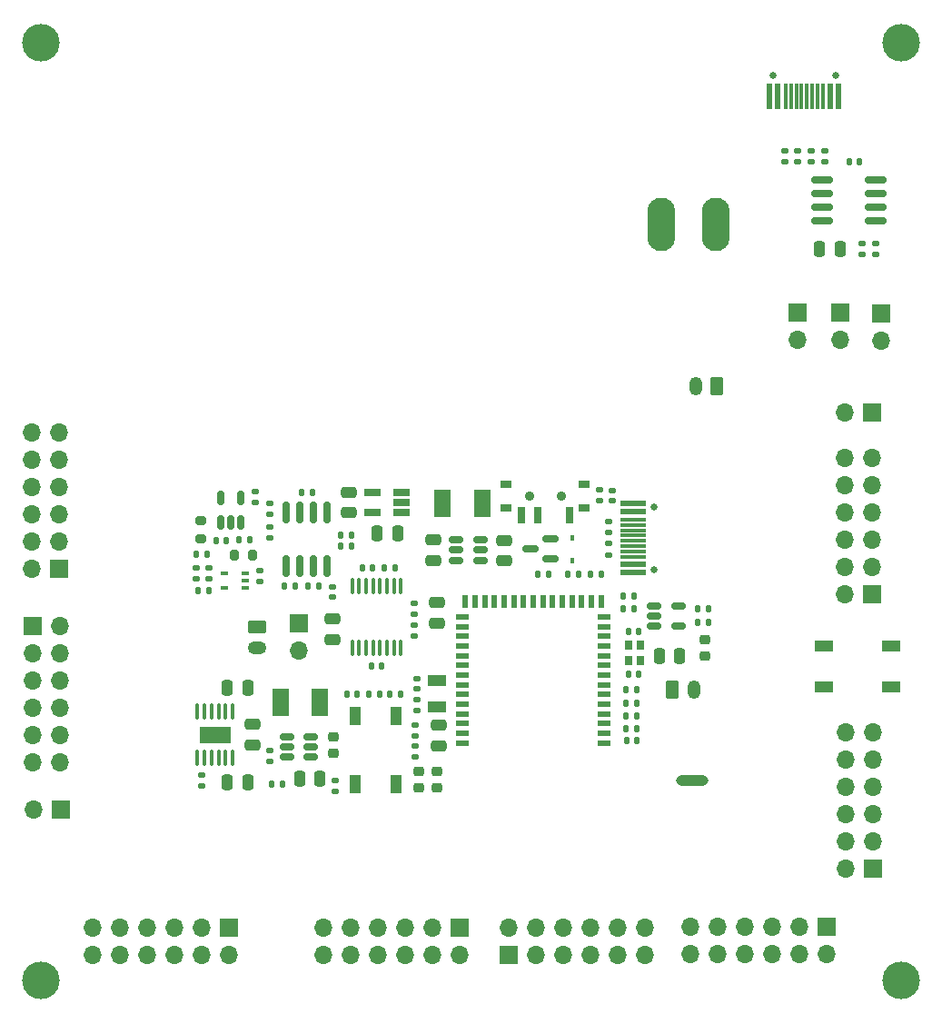
<source format=gts>
%TF.GenerationSoftware,KiCad,Pcbnew,(6.0.2)*%
%TF.CreationDate,2022-03-08T19:39:46+11:00*%
%TF.ProjectId,VIPBoard,56495042-6f61-4726-942e-6b696361645f,rev?*%
%TF.SameCoordinates,Original*%
%TF.FileFunction,Soldermask,Top*%
%TF.FilePolarity,Negative*%
%FSLAX46Y46*%
G04 Gerber Fmt 4.6, Leading zero omitted, Abs format (unit mm)*
G04 Created by KiCad (PCBNEW (6.0.2)) date 2022-03-08 19:39:46*
%MOMM*%
%LPD*%
G01*
G04 APERTURE LIST*
G04 Aperture macros list*
%AMRoundRect*
0 Rectangle with rounded corners*
0 $1 Rounding radius*
0 $2 $3 $4 $5 $6 $7 $8 $9 X,Y pos of 4 corners*
0 Add a 4 corners polygon primitive as box body*
4,1,4,$2,$3,$4,$5,$6,$7,$8,$9,$2,$3,0*
0 Add four circle primitives for the rounded corners*
1,1,$1+$1,$2,$3*
1,1,$1+$1,$4,$5*
1,1,$1+$1,$6,$7*
1,1,$1+$1,$8,$9*
0 Add four rect primitives between the rounded corners*
20,1,$1+$1,$2,$3,$4,$5,0*
20,1,$1+$1,$4,$5,$6,$7,0*
20,1,$1+$1,$6,$7,$8,$9,0*
20,1,$1+$1,$8,$9,$2,$3,0*%
G04 Aperture macros list end*
%ADD10RoundRect,0.140000X-0.170000X0.140000X-0.170000X-0.140000X0.170000X-0.140000X0.170000X0.140000X0*%
%ADD11RoundRect,0.250000X-0.475000X0.250000X-0.475000X-0.250000X0.475000X-0.250000X0.475000X0.250000X0*%
%ADD12RoundRect,0.135000X0.185000X-0.135000X0.185000X0.135000X-0.185000X0.135000X-0.185000X-0.135000X0*%
%ADD13RoundRect,0.140000X0.140000X0.170000X-0.140000X0.170000X-0.140000X-0.170000X0.140000X-0.170000X0*%
%ADD14RoundRect,0.135000X-0.185000X0.135000X-0.185000X-0.135000X0.185000X-0.135000X0.185000X0.135000X0*%
%ADD15RoundRect,0.150000X-0.512500X-0.150000X0.512500X-0.150000X0.512500X0.150000X-0.512500X0.150000X0*%
%ADD16R,1.000000X0.800000*%
%ADD17C,0.900000*%
%ADD18R,0.700000X1.500000*%
%ADD19R,0.650000X0.400000*%
%ADD20RoundRect,0.250000X0.475000X-0.250000X0.475000X0.250000X-0.475000X0.250000X-0.475000X-0.250000X0*%
%ADD21R,1.700000X1.700000*%
%ADD22O,1.700000X1.700000*%
%ADD23RoundRect,0.135000X0.135000X0.185000X-0.135000X0.185000X-0.135000X-0.185000X0.135000X-0.185000X0*%
%ADD24RoundRect,0.200000X-0.200000X-0.275000X0.200000X-0.275000X0.200000X0.275000X-0.200000X0.275000X0*%
%ADD25RoundRect,0.140000X-0.140000X-0.170000X0.140000X-0.170000X0.140000X0.170000X-0.140000X0.170000X0*%
%ADD26RoundRect,0.135000X-0.135000X-0.185000X0.135000X-0.185000X0.135000X0.185000X-0.135000X0.185000X0*%
%ADD27RoundRect,0.250000X0.250000X0.475000X-0.250000X0.475000X-0.250000X-0.475000X0.250000X-0.475000X0*%
%ADD28RoundRect,0.250000X-0.250000X-0.475000X0.250000X-0.475000X0.250000X0.475000X-0.250000X0.475000X0*%
%ADD29RoundRect,0.150000X0.825000X0.150000X-0.825000X0.150000X-0.825000X-0.150000X0.825000X-0.150000X0*%
%ADD30RoundRect,0.250000X-0.625000X0.350000X-0.625000X-0.350000X0.625000X-0.350000X0.625000X0.350000X0*%
%ADD31O,1.750000X1.200000*%
%ADD32O,2.600000X5.000000*%
%ADD33RoundRect,0.218750X-0.256250X0.218750X-0.256250X-0.218750X0.256250X-0.218750X0.256250X0.218750X0*%
%ADD34RoundRect,0.250000X0.350000X0.625000X-0.350000X0.625000X-0.350000X-0.625000X0.350000X-0.625000X0*%
%ADD35O,1.200000X1.750000*%
%ADD36C,3.500000*%
%ADD37C,2.600000*%
%ADD38R,0.450000X0.600000*%
%ADD39R,1.500000X2.500000*%
%ADD40RoundRect,0.150000X0.150000X-0.825000X0.150000X0.825000X-0.150000X0.825000X-0.150000X-0.825000X0*%
%ADD41RoundRect,0.140000X0.170000X-0.140000X0.170000X0.140000X-0.170000X0.140000X-0.170000X-0.140000X0*%
%ADD42RoundRect,0.100000X0.100000X-0.637500X0.100000X0.637500X-0.100000X0.637500X-0.100000X-0.637500X0*%
%ADD43R,1.560000X0.650000*%
%ADD44R,1.700000X1.000000*%
%ADD45R,1.270000X0.610000*%
%ADD46R,0.610000X1.270000*%
%ADD47RoundRect,0.250000X-0.350000X-0.625000X0.350000X-0.625000X0.350000X0.625000X-0.350000X0.625000X0*%
%ADD48RoundRect,0.150000X0.587500X0.150000X-0.587500X0.150000X-0.587500X-0.150000X0.587500X-0.150000X0*%
%ADD49RoundRect,0.150000X0.150000X-0.512500X0.150000X0.512500X-0.150000X0.512500X-0.150000X-0.512500X0*%
%ADD50RoundRect,0.100000X0.100000X-0.625000X0.100000X0.625000X-0.100000X0.625000X-0.100000X-0.625000X0*%
%ADD51R,2.850000X1.650000*%
%ADD52C,0.650000*%
%ADD53R,2.450000X0.600000*%
%ADD54R,2.450000X0.300000*%
%ADD55R,1.000000X1.700000*%
%ADD56RoundRect,0.200000X0.275000X-0.200000X0.275000X0.200000X-0.275000X0.200000X-0.275000X-0.200000X0*%
%ADD57R,0.800000X0.900000*%
%ADD58R,0.600000X2.450000*%
%ADD59R,0.300000X2.450000*%
%ADD60RoundRect,0.225000X-0.250000X0.225000X-0.250000X-0.225000X0.250000X-0.225000X0.250000X0.225000X0*%
%ADD61O,3.000000X1.000000*%
%ADD62R,1.800000X1.000000*%
G04 APERTURE END LIST*
D10*
%TO.C,C24*%
X136024000Y-131850000D03*
X136024000Y-132810000D03*
%TD*%
D11*
%TO.C,C14*%
X128143000Y-126304000D03*
X128143000Y-128204000D03*
%TD*%
D12*
%TO.C,R40*%
X177507675Y-92345875D03*
X177507675Y-91325875D03*
%TD*%
D13*
%TO.C,C13*%
X131848800Y-121513600D03*
X130888800Y-121513600D03*
%TD*%
D11*
%TO.C,C4*%
X144074000Y-118980000D03*
X144074000Y-120880000D03*
%TD*%
D14*
%TO.C,R3*%
X153036000Y-114294000D03*
X153036000Y-115314000D03*
%TD*%
D15*
%TO.C,U2*%
X126113500Y-137280000D03*
X126113500Y-138230000D03*
X126113500Y-139180000D03*
X123838500Y-139180000D03*
X123838500Y-138230000D03*
X123838500Y-137280000D03*
%TD*%
D16*
%TO.C,SW1*%
X144305000Y-113761000D03*
X151605000Y-113761000D03*
D17*
X149455000Y-114861000D03*
X146455000Y-114861000D03*
D16*
X151605000Y-115971000D03*
X144305000Y-115971000D03*
D18*
X150205000Y-116621000D03*
X147205000Y-116621000D03*
X145705000Y-116621000D03*
%TD*%
D14*
%TO.C,R10*%
X122276000Y-138523000D03*
X122276000Y-139543000D03*
%TD*%
D19*
%TO.C,U8*%
X119957000Y-123380000D03*
X119957000Y-122730000D03*
X119957000Y-122080000D03*
X118057000Y-122080000D03*
X118057000Y-123380000D03*
%TD*%
D20*
%TO.C,C27*%
X138023600Y-138110000D03*
X138023600Y-136210000D03*
%TD*%
D21*
%TO.C,J16*%
X178475000Y-149550000D03*
D22*
X175935000Y-149550000D03*
X178475000Y-147010000D03*
X175935000Y-147010000D03*
X178475000Y-144470000D03*
X175935000Y-144470000D03*
X178475000Y-141930000D03*
X175935000Y-141930000D03*
X178475000Y-139390000D03*
X175935000Y-139390000D03*
X178475000Y-136850000D03*
X175935000Y-136850000D03*
%TD*%
D23*
%TO.C,R5*%
X156234000Y-125330000D03*
X155214000Y-125330000D03*
%TD*%
D12*
%TO.C,R11*%
X115925600Y-141835600D03*
X115925600Y-140815600D03*
%TD*%
D23*
%TO.C,R32*%
X132478000Y-133350000D03*
X131458000Y-133350000D03*
%TD*%
D24*
%TO.C,R29*%
X118969400Y-120364000D03*
X120619400Y-120364000D03*
%TD*%
D25*
%TO.C,C17*%
X132971600Y-121513600D03*
X133931600Y-121513600D03*
%TD*%
D26*
%TO.C,R31*%
X155490000Y-136500000D03*
X156510000Y-136500000D03*
%TD*%
D13*
%TO.C,C26*%
X156480000Y-137650000D03*
X155520000Y-137650000D03*
%TD*%
D27*
%TO.C,C8*%
X126942000Y-141192000D03*
X125042000Y-141192000D03*
%TD*%
D28*
%TO.C,C31*%
X173509675Y-91835875D03*
X175409675Y-91835875D03*
%TD*%
D14*
%TO.C,R2*%
X153830400Y-117212400D03*
X153830400Y-118232400D03*
%TD*%
D29*
%TO.C,U11*%
X178712675Y-89168875D03*
X178712675Y-87898875D03*
X178712675Y-86628875D03*
X178712675Y-85358875D03*
X173762675Y-85358875D03*
X173762675Y-86628875D03*
X173762675Y-87898875D03*
X173762675Y-89168875D03*
%TD*%
D26*
%TO.C,R21*%
X128903000Y-118491000D03*
X129923000Y-118491000D03*
%TD*%
D21*
%TO.C,J4*%
X178424000Y-124031600D03*
D22*
X175884000Y-124031600D03*
X178424000Y-121491600D03*
X175884000Y-121491600D03*
X178424000Y-118951600D03*
X175884000Y-118951600D03*
X178424000Y-116411600D03*
X175884000Y-116411600D03*
X178424000Y-113871600D03*
X175884000Y-113871600D03*
X178424000Y-111331600D03*
X175884000Y-111331600D03*
%TD*%
D21*
%TO.C,J11*%
X171450000Y-97775000D03*
D22*
X171450000Y-100315000D03*
%TD*%
D30*
%TO.C,J1*%
X121109000Y-127018000D03*
D31*
X121109000Y-129018000D03*
%TD*%
D21*
%TO.C,J7*%
X100203000Y-127000000D03*
D22*
X102743000Y-127000000D03*
X100203000Y-129540000D03*
X102743000Y-129540000D03*
X100203000Y-132080000D03*
X102743000Y-132080000D03*
X100203000Y-134620000D03*
X102743000Y-134620000D03*
X100203000Y-137160000D03*
X102743000Y-137160000D03*
X100203000Y-139700000D03*
X102743000Y-139700000D03*
%TD*%
D28*
%TO.C,C2*%
X118311000Y-132683000D03*
X120211000Y-132683000D03*
%TD*%
D21*
%TO.C,J8*%
X175437800Y-97790000D03*
D22*
X175437800Y-100330000D03*
%TD*%
D23*
%TO.C,R12*%
X148295200Y-122142000D03*
X147275200Y-122142000D03*
%TD*%
D32*
%TO.C,REF\u002A\u002A*%
X158750000Y-89535000D03*
X163830000Y-89535000D03*
%TD*%
D33*
%TO.C,D3*%
X136174000Y-140492500D03*
X136174000Y-142067500D03*
%TD*%
D34*
%TO.C,J6*%
X163957000Y-104648000D03*
D35*
X161957000Y-104648000D03*
%TD*%
D14*
%TO.C,R34*%
X135839200Y-138174000D03*
X135839200Y-139194000D03*
%TD*%
D23*
%TO.C,R8*%
X163134000Y-125330000D03*
X162114000Y-125330000D03*
%TD*%
D36*
%TO.C,REF\u002A\u002A*%
X181102000Y-72598200D03*
D37*
X181102000Y-72598200D03*
%TD*%
D38*
%TO.C,D2*%
X150474000Y-118730000D03*
X150474000Y-120830000D03*
%TD*%
D39*
%TO.C,L2*%
X126945000Y-134030000D03*
X123245000Y-134030000D03*
%TD*%
D40*
%TO.C,U7*%
X123833000Y-121339000D03*
X125103000Y-121339000D03*
X126373000Y-121339000D03*
X127643000Y-121339000D03*
X127643000Y-116389000D03*
X126373000Y-116389000D03*
X125103000Y-116389000D03*
X123833000Y-116389000D03*
%TD*%
D41*
%TO.C,C22*%
X121369200Y-122774400D03*
X121369200Y-121814400D03*
%TD*%
D11*
%TO.C,C5*%
X120644000Y-136143000D03*
X120644000Y-138043000D03*
%TD*%
D42*
%TO.C,U6*%
X129949000Y-128992500D03*
X130599000Y-128992500D03*
X131249000Y-128992500D03*
X131899000Y-128992500D03*
X132549000Y-128992500D03*
X133199000Y-128992500D03*
X133849000Y-128992500D03*
X134499000Y-128992500D03*
X134499000Y-123267500D03*
X133849000Y-123267500D03*
X133199000Y-123267500D03*
X132549000Y-123267500D03*
X131899000Y-123267500D03*
X131249000Y-123267500D03*
X130599000Y-123267500D03*
X129949000Y-123267500D03*
%TD*%
D26*
%TO.C,R30*%
X155490000Y-135300000D03*
X156510000Y-135300000D03*
%TD*%
D21*
%TO.C,J15*%
X102775000Y-144100000D03*
D22*
X100235000Y-144100000D03*
%TD*%
D43*
%TO.C,U5*%
X134573000Y-116393000D03*
X134573000Y-115443000D03*
X134573000Y-114493000D03*
X131873000Y-114493000D03*
X131873000Y-116393000D03*
%TD*%
D13*
%TO.C,C32*%
X177225675Y-83707875D03*
X176265675Y-83707875D03*
%TD*%
D26*
%TO.C,R33*%
X133449600Y-133350000D03*
X134469600Y-133350000D03*
%TD*%
D25*
%TO.C,C12*%
X125250000Y-114522000D03*
X126210000Y-114522000D03*
%TD*%
D44*
%TO.C,SW3*%
X180197400Y-128811800D03*
X173897400Y-128811800D03*
X180197400Y-132611800D03*
X173897400Y-132611800D03*
%TD*%
D45*
%TO.C,U10*%
X140204000Y-137850000D03*
X140204000Y-136950000D03*
X140204000Y-136050000D03*
X140204000Y-135150000D03*
X140204000Y-134240000D03*
X140204000Y-133340000D03*
X140204000Y-132440000D03*
X140204000Y-131540000D03*
X140204000Y-130640000D03*
X140204000Y-129740000D03*
X140204000Y-128830000D03*
X140204000Y-127930000D03*
X140204000Y-127030000D03*
X140204000Y-126130000D03*
D46*
X140514000Y-124660000D03*
X141414000Y-124660000D03*
X142314000Y-124660000D03*
X143214000Y-124660000D03*
X144114000Y-124660000D03*
X145024000Y-124660000D03*
X145924000Y-124660000D03*
X146824000Y-124660000D03*
X147724000Y-124660000D03*
X148624000Y-124660000D03*
X149524000Y-124660000D03*
X150434000Y-124660000D03*
X151334000Y-124660000D03*
X152234000Y-124660000D03*
X153134000Y-124660000D03*
D45*
X153444000Y-126130000D03*
X153444000Y-127030000D03*
X153444000Y-127930000D03*
X153444000Y-128830000D03*
X153444000Y-129740000D03*
X153444000Y-130640000D03*
X153444000Y-131540000D03*
X153444000Y-132440000D03*
X153444000Y-133340000D03*
X153444000Y-134240000D03*
X153444000Y-135150000D03*
X153444000Y-136050000D03*
X153444000Y-136950000D03*
X153444000Y-137850000D03*
%TD*%
D10*
%TO.C,C15*%
X128138000Y-123284000D03*
X128138000Y-124244000D03*
%TD*%
D21*
%TO.C,J14*%
X144526000Y-157607000D03*
D22*
X144526000Y-155067000D03*
X147066000Y-157607000D03*
X147066000Y-155067000D03*
X149606000Y-157607000D03*
X149606000Y-155067000D03*
X152146000Y-157607000D03*
X152146000Y-155067000D03*
X154686000Y-157607000D03*
X154686000Y-155067000D03*
X157226000Y-157607000D03*
X157226000Y-155067000D03*
%TD*%
D21*
%TO.C,J10*%
X174200000Y-155000000D03*
D22*
X174200000Y-157540000D03*
X171660000Y-155000000D03*
X171660000Y-157540000D03*
X169120000Y-155000000D03*
X169120000Y-157540000D03*
X166580000Y-155000000D03*
X166580000Y-157540000D03*
X164040000Y-155000000D03*
X164040000Y-157540000D03*
X161500000Y-155000000D03*
X161500000Y-157540000D03*
%TD*%
D12*
%TO.C,R38*%
X172720000Y-83695000D03*
X172720000Y-82675000D03*
%TD*%
D14*
%TO.C,R7*%
X128405000Y-141349000D03*
X128405000Y-142369000D03*
%TD*%
D26*
%TO.C,R18*%
X125828000Y-123264000D03*
X126848000Y-123264000D03*
%TD*%
D35*
%TO.C,J3*%
X161774000Y-132880000D03*
D47*
X159774000Y-132880000D03*
%TD*%
D28*
%TO.C,C9*%
X118311000Y-141483000D03*
X120211000Y-141483000D03*
%TD*%
D48*
%TO.C,Q1*%
X148411500Y-120730000D03*
X148411500Y-118830000D03*
X146536500Y-119780000D03*
%TD*%
D20*
%TO.C,C6*%
X137474000Y-120830000D03*
X137474000Y-118930000D03*
%TD*%
D21*
%TO.C,J2*%
X125009000Y-126743000D03*
D22*
X125009000Y-129283000D03*
%TD*%
D26*
%TO.C,R9*%
X122434000Y-141700000D03*
X123454000Y-141700000D03*
%TD*%
D12*
%TO.C,R27*%
X115451000Y-122525000D03*
X115451000Y-121505000D03*
%TD*%
D21*
%TO.C,J13*%
X139954000Y-155062000D03*
D22*
X139954000Y-157602000D03*
X137414000Y-155062000D03*
X137414000Y-157602000D03*
X134874000Y-155062000D03*
X134874000Y-157602000D03*
X132334000Y-155062000D03*
X132334000Y-157602000D03*
X129794000Y-155062000D03*
X129794000Y-157602000D03*
X127254000Y-155062000D03*
X127254000Y-157602000D03*
%TD*%
D11*
%TO.C,C10*%
X129667000Y-114493000D03*
X129667000Y-116393000D03*
%TD*%
D12*
%TO.C,R23*%
X122301000Y-118747000D03*
X122301000Y-117727000D03*
%TD*%
D36*
%TO.C,REF\u002A\u002A*%
X181102000Y-160020000D03*
D37*
X181102000Y-160020000D03*
%TD*%
D25*
%TO.C,C16*%
X131727000Y-130683000D03*
X132687000Y-130683000D03*
%TD*%
D41*
%TO.C,C23*%
X136024000Y-134810000D03*
X136024000Y-133850000D03*
%TD*%
D49*
%TO.C,U9*%
X117674000Y-117267500D03*
X118624000Y-117267500D03*
X119574000Y-117267500D03*
X119574000Y-114992500D03*
X117674000Y-114992500D03*
%TD*%
D21*
%TO.C,J9*%
X179273200Y-97810400D03*
D22*
X179273200Y-100350400D03*
%TD*%
D12*
%TO.C,R24*%
X135763000Y-127891000D03*
X135763000Y-126871000D03*
%TD*%
D14*
%TO.C,R25*%
X116594000Y-121505000D03*
X116594000Y-122525000D03*
%TD*%
D33*
%TO.C,D4*%
X137824000Y-140492500D03*
X137824000Y-142067500D03*
%TD*%
D26*
%TO.C,R26*%
X115449000Y-120237000D03*
X116469000Y-120237000D03*
%TD*%
D13*
%TO.C,C21*%
X116566000Y-123666000D03*
X115606000Y-123666000D03*
%TD*%
%TO.C,C30*%
X156650000Y-131470000D03*
X155690000Y-131470000D03*
%TD*%
D26*
%TO.C,R16*%
X152152000Y-122142000D03*
X153172000Y-122142000D03*
%TD*%
D50*
%TO.C,U3*%
X115536000Y-139233000D03*
X116186000Y-139233000D03*
X116836000Y-139233000D03*
X117486000Y-139233000D03*
X118136000Y-139233000D03*
X118786000Y-139233000D03*
X118786000Y-134933000D03*
X118136000Y-134933000D03*
X117486000Y-134933000D03*
X116836000Y-134933000D03*
X116186000Y-134933000D03*
X115536000Y-134933000D03*
D51*
X117161000Y-137083000D03*
%TD*%
D26*
%TO.C,R17*%
X123628000Y-123264000D03*
X124648000Y-123264000D03*
%TD*%
D12*
%TO.C,R20*%
X135763000Y-125859000D03*
X135763000Y-124839000D03*
%TD*%
D14*
%TO.C,R41*%
X178777675Y-91325875D03*
X178777675Y-92345875D03*
%TD*%
D52*
%TO.C,USB1*%
X158101000Y-115890000D03*
X158101000Y-121670000D03*
D53*
X156156000Y-122005000D03*
X156156000Y-121230000D03*
D54*
X156156000Y-120530000D03*
X156156000Y-120030000D03*
X156156000Y-119530000D03*
X156156000Y-119030000D03*
X156156000Y-118530000D03*
X156156000Y-118030000D03*
X156156000Y-117530000D03*
X156156000Y-117030000D03*
D53*
X156156000Y-116330000D03*
X156156000Y-115555000D03*
%TD*%
D55*
%TO.C,SW2*%
X134024000Y-141680000D03*
X134024000Y-135380000D03*
X130224000Y-141680000D03*
X130224000Y-135380000D03*
%TD*%
D23*
%TO.C,R13*%
X156500000Y-132900000D03*
X155480000Y-132900000D03*
%TD*%
D26*
%TO.C,R6*%
X155214000Y-124200000D03*
X156234000Y-124200000D03*
%TD*%
D36*
%TO.C,REF\u002A\u002A*%
X100965000Y-72598200D03*
D37*
X100965000Y-72598200D03*
%TD*%
D20*
%TO.C,C28*%
X137874000Y-126680000D03*
X137874000Y-124780000D03*
%TD*%
D14*
%TO.C,R37*%
X170279000Y-82675000D03*
X170279000Y-83695000D03*
%TD*%
D21*
%TO.C,J5*%
X178424000Y-107089800D03*
D22*
X175884000Y-107089800D03*
%TD*%
D12*
%TO.C,R1*%
X153830400Y-120315200D03*
X153830400Y-119295200D03*
%TD*%
D21*
%TO.C,J17*%
X102616000Y-121666000D03*
D22*
X100076000Y-121666000D03*
X102616000Y-119126000D03*
X100076000Y-119126000D03*
X102616000Y-116586000D03*
X100076000Y-116586000D03*
X102616000Y-114046000D03*
X100076000Y-114046000D03*
X102616000Y-111506000D03*
X100076000Y-111506000D03*
X102616000Y-108966000D03*
X100076000Y-108966000D03*
%TD*%
D25*
%TO.C,C29*%
X155690000Y-127470000D03*
X156650000Y-127470000D03*
%TD*%
D37*
%TO.C,REF\u002A\u002A*%
X100965000Y-160020000D03*
D36*
X100965000Y-160020000D03*
%TD*%
D56*
%TO.C,R28*%
X115832000Y-118801400D03*
X115832000Y-117151400D03*
%TD*%
D57*
%TO.C,Y2*%
X156820000Y-130170000D03*
X156820000Y-128770000D03*
X155720000Y-128770000D03*
X155720000Y-130170000D03*
%TD*%
D13*
%TO.C,C25*%
X130416000Y-133350000D03*
X129456000Y-133350000D03*
%TD*%
D33*
%TO.C,D1*%
X162824000Y-128192500D03*
X162824000Y-129767500D03*
%TD*%
D15*
%TO.C,U4*%
X158086500Y-125100000D03*
X158086500Y-126050000D03*
X158086500Y-127000000D03*
X160361500Y-127000000D03*
X160361500Y-125100000D03*
%TD*%
%TO.C,U1*%
X139636500Y-118930000D03*
X139636500Y-119880000D03*
X139636500Y-120830000D03*
X141911500Y-120830000D03*
X141911500Y-119880000D03*
X141911500Y-118930000D03*
%TD*%
D13*
%TO.C,C19*%
X118217000Y-118967000D03*
X117257000Y-118967000D03*
%TD*%
D28*
%TO.C,C7*%
X158574000Y-129730000D03*
X160474000Y-129730000D03*
%TD*%
D12*
%TO.C,R39*%
X171450000Y-83695000D03*
X171450000Y-82675000D03*
%TD*%
D28*
%TO.C,C11*%
X132273000Y-118364000D03*
X134173000Y-118364000D03*
%TD*%
D26*
%TO.C,R19*%
X128903000Y-119507000D03*
X129923000Y-119507000D03*
%TD*%
D10*
%TO.C,C1*%
X154186000Y-114324000D03*
X154186000Y-115284000D03*
%TD*%
D14*
%TO.C,R35*%
X135839200Y-136192800D03*
X135839200Y-137212800D03*
%TD*%
D39*
%TO.C,L1*%
X142058000Y-115570000D03*
X138358000Y-115570000D03*
%TD*%
D52*
%TO.C,USB2*%
X174975000Y-75673200D03*
X169195000Y-75673200D03*
D58*
X175310000Y-77618200D03*
X174535000Y-77618200D03*
D59*
X173835000Y-77618200D03*
X173335000Y-77618200D03*
X172835000Y-77618200D03*
X172335000Y-77618200D03*
X171835000Y-77618200D03*
X171335000Y-77618200D03*
X170835000Y-77618200D03*
X170335000Y-77618200D03*
D58*
X169635000Y-77618200D03*
X168860000Y-77618200D03*
%TD*%
D10*
%TO.C,C20*%
X120955189Y-114455000D03*
X120955189Y-115415000D03*
%TD*%
D60*
%TO.C,C3*%
X128176000Y-137274000D03*
X128176000Y-138824000D03*
%TD*%
D26*
%TO.C,R4*%
X162114000Y-126630000D03*
X163134000Y-126630000D03*
%TD*%
%TO.C,R15*%
X150018400Y-122142000D03*
X151038400Y-122142000D03*
%TD*%
D14*
%TO.C,R36*%
X173979000Y-82675000D03*
X173979000Y-83695000D03*
%TD*%
D61*
%TO.C,REF\u002A\u002A*%
X161671000Y-141351000D03*
%TD*%
D14*
%TO.C,R22*%
X122301000Y-115568000D03*
X122301000Y-116588000D03*
%TD*%
D13*
%TO.C,C18*%
X120376000Y-118930000D03*
X119416000Y-118930000D03*
%TD*%
D62*
%TO.C,Y1*%
X137824000Y-134530000D03*
X137824000Y-132030000D03*
%TD*%
D21*
%TO.C,J12*%
X118491000Y-155067000D03*
D22*
X118491000Y-157607000D03*
X115951000Y-155067000D03*
X115951000Y-157607000D03*
X113411000Y-155067000D03*
X113411000Y-157607000D03*
X110871000Y-155067000D03*
X110871000Y-157607000D03*
X108331000Y-155067000D03*
X108331000Y-157607000D03*
X105791000Y-155067000D03*
X105791000Y-157607000D03*
%TD*%
D26*
%TO.C,R14*%
X155480000Y-134150000D03*
X156500000Y-134150000D03*
%TD*%
M02*

</source>
